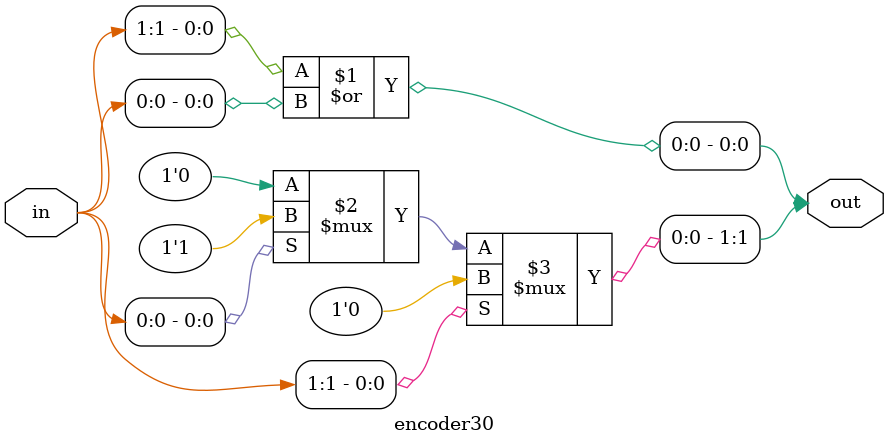
<source format=v>

module encoder30(input [1:0] in, output [1:0] out);

    assign out[0] = in[1] | in[0];
    assign out[1] = in[1] ? 1'b0 : in[0] ? 1'b1 : 1'b0;

endmodule

</source>
